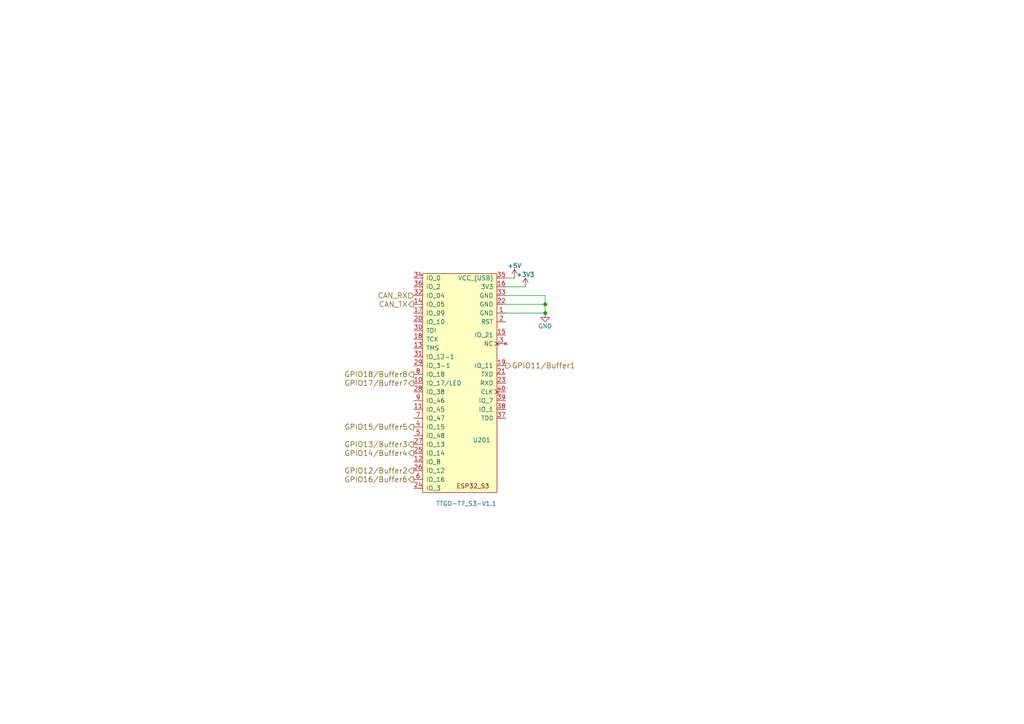
<source format=kicad_sch>
(kicad_sch (version 20211123) (generator eeschema)
  (paper "A4")
  (lib_symbols
    (symbol "ESP32-Mini32-OctalBuffer-rescue:+3V3" (power) (pin_names (offset 0))
      (property "Value" "+3V3" (at 0 3.556 0))
      (symbol "+3V3_0_1"
        (polyline (pts (xy -0.762 1.27) (xy 0 2.54)))
        (polyline (pts (xy 0 0) (xy 0 2.54)))
        (polyline (pts (xy 0 2.54) (xy 0.762 1.27)))
      )
      (symbol "+3V3_1_1"
        (pin power_in line (at 0 0 90) (length 0) hide (name "+3V3") (number "1"))
      )
    )
    (symbol "ESP32-Mini32-OctalBuffer-rescue:+5V" (power) (pin_names (offset 0))
      (property "Value" "+5V" (at 0 3.556 0))
      (symbol "+5V_0_1"
        (polyline (pts (xy -0.762 1.27) (xy 0 2.54)))
        (polyline (pts (xy 0 0) (xy 0 2.54)))
        (polyline (pts (xy 0 2.54) (xy 0.762 1.27)))
      )
      (symbol "+5V_1_1"
        (pin power_in line (at 0 0 90) (length 0) hide (name "+5V") (number "1"))
      )
    )
    (symbol "ESP32-Mini32-OctalBuffer-rescue:GND" (power) (pin_names (offset 0))
      (property "Value" "GND" (at 0 -3.81 0))
      (symbol "GND_0_1"
        (polyline (pts (xy 0 0) (xy 0 -1.27) (xy 1.27 -1.27) (xy 0 -2.54) (xy -1.27 -1.27) (xy 0 -1.27)))
      )
      (symbol "GND_1_1"
        (pin power_in line (at 0 0 270) (length 0) hide (name "GND") (number "1"))
      )
    )
    (symbol "ESP32-Mini32-OctalBuffer-rescue:TTGO-T7_S3-V1.1-RESCUE-ESP32-Mini32-OctalBuffer" (pin_names (offset 1.016))
      (property "Reference" "U" (at 6.985 -49.53 0))
      (property "Value" "TTGO-T7_S3-V1.1-RESCUE-ESP32-Mini32-OctalBuffer" (at 2.54 -67.945 0))
      (symbol "TTGO-T7_S3-V1.1-RESCUE-ESP32-Mini32-OctalBuffer_0_0"
        (text "ESP32_S3" (at 4.445 -62.865 0) (effects (font (size 1.27 1.27))))
        (pin power_in line (at 13.97 -12.7 180) (length 2.54) (name "GND") (number "1"))
        (pin input line (at 13.97 -15.24 180) (length 2.54) (name "RST") (number "2"))
        (pin no_connect non_logic (at 13.97 -21.59 180) (length 2.54) (name "NC") (number "3"))
        (pin bidirectional line (at -12.7 -45.72 0) (length 2.54) (name "IO_15") (number "4"))
        (pin bidirectional line (at -12.7 -48.26 0) (length 2.54) (name "IO_48") (number "5"))
      )
      (symbol "TTGO-T7_S3-V1.1-RESCUE-ESP32-Mini32-OctalBuffer_0_1"
        (rectangle (start -10.16 -1.27) (end 11.43 -64.77) (fill (type background)))
      )
      (symbol "TTGO-T7_S3-V1.1-RESCUE-ESP32-Mini32-OctalBuffer_1_1"
        (pin bidirectional line (at -12.7 -33.02 0) (length 2.54) (name "IO_17/LED") (number "10"))
        (pin bidirectional line (at -12.7 -40.64 0) (length 2.54) (name "IO_45") (number "11"))
        (pin bidirectional line (at -12.7 -55.88 0) (length 2.54) (name "IO_8") (number "12"))
        (pin bidirectional line (at -12.7 -22.86 0) (length 2.54) (name "TMS") (number "13"))
        (pin bidirectional line (at -12.7 -10.16 0) (length 2.54) (name "IO_05") (number "14"))
        (pin bidirectional line (at 13.97 -19.05 180) (length 2.54) (name "IO_21") (number "15"))
        (pin power_in line (at 13.97 -5.08 180) (length 2.54) (name "3V3") (number "16"))
        (pin bidirectional line (at -12.7 -12.7 0) (length 2.54) (name "IO_09") (number "17"))
        (pin bidirectional line (at -12.7 -20.32 0) (length 2.54) (name "TCK") (number "18"))
        (pin passive line (at 13.97 -27.94 180) (length 2.54) (name "IO_11") (number "19"))
        (pin bidirectional line (at -12.7 -15.24 0) (length 2.54) (name "IO_10") (number "20"))
        (pin passive line (at 13.97 -30.48 180) (length 2.54) (name "TXD") (number "21"))
        (pin power_in line (at 13.97 -10.16 180) (length 2.54) (name "GND") (number "22"))
        (pin passive line (at 13.97 -33.02 180) (length 2.54) (name "RXD") (number "23"))
        (pin bidirectional line (at -12.7 -63.5 0) (length 2.54) (name "IO_3") (number "24"))
        (pin bidirectional line (at -12.7 -53.34 0) (length 2.54) (name "IO_14") (number "25"))
        (pin bidirectional line (at -12.7 -58.42 0) (length 2.54) (name "IO_12") (number "26"))
        (pin bidirectional line (at -12.7 -50.8 0) (length 2.54) (name "IO_13") (number "27"))
        (pin bidirectional line (at -12.7 -35.56 0) (length 2.54) (name "IO_38") (number "28"))
        (pin bidirectional line (at -12.7 -27.94 0) (length 2.54) (name "IO_3-1") (number "29"))
        (pin bidirectional line (at -12.7 -17.78 0) (length 2.54) (name "TDI") (number "30"))
        (pin bidirectional line (at -12.7 -25.4 0) (length 2.54) (name "IO_12-1") (number "31"))
        (pin bidirectional line (at -12.7 -7.62 0) (length 2.54) (name "IO_04") (number "32"))
        (pin power_in line (at 13.97 -7.62 180) (length 2.54) (name "GND") (number "33"))
        (pin bidirectional line (at -12.7 -2.54 0) (length 2.54) (name "IO_0") (number "34"))
        (pin power_in line (at 13.97 -2.54 180) (length 2.54) (name "VCC_(USB)") (number "35"))
        (pin bidirectional line (at -12.7 -5.08 0) (length 2.54) (name "IO_2") (number "36"))
        (pin passive line (at 13.97 -43.18 180) (length 2.54) (name "TD0") (number "37"))
        (pin passive line (at 13.97 -40.64 180) (length 2.54) (name "IO_1") (number "38"))
        (pin passive line (at 13.97 -38.1 180) (length 2.54) (name "IO_7") (number "39"))
        (pin passive non_logic (at 13.97 -35.56 180) (length 2.54) (name "CLK") (number "40"))
        (pin bidirectional line (at -12.7 -60.96 0) (length 2.54) (name "IO_16") (number "6"))
        (pin bidirectional line (at -12.7 -43.18 0) (length 2.54) (name "IO_47") (number "7"))
        (pin bidirectional line (at -12.7 -30.48 0) (length 2.54) (name "IO_18") (number "8"))
        (pin bidirectional line (at -12.7 -38.1 0) (length 2.54) (name "IO_46") (number "9"))
      )
    )
  )
  (junction (at 158.115 90.805))
  (junction (at 158.115 88.265))
  (wire (pts (xy 146.685 85.725) (xy 158.115 85.725)))
  (wire (pts (xy 158.115 90.805) (xy 146.685 90.805)))
  (wire (pts (xy 158.115 88.265) (xy 158.115 90.805)))
  (wire (pts (xy 146.685 83.185) (xy 152.4 83.185)))
  (wire (pts (xy 146.685 88.265) (xy 158.115 88.265)))
  (wire (pts (xy 158.115 85.725) (xy 158.115 88.265)))
  (wire (pts (xy 146.685 80.645) (xy 149.225 80.645)))
  (hierarchical_label "CAN_TX" (shape output) (at 120.015 88.265 180) (effects (font (size 1.524 1.524))))
  (hierarchical_label "GPIO13/Buffer3" (shape output) (at 120.015 128.905 180) (effects (font (size 1.524 1.524))))
  (hierarchical_label "GPIO14/Buffer4" (shape output) (at 120.015 131.445 180) (effects (font (size 1.524 1.524))))
  (hierarchical_label "GPIO18/Buffer8" (shape output) (at 120.015 108.585 180) (effects (font (size 1.524 1.524))))
  (hierarchical_label "GPIO12/Buffer2" (shape output) (at 120.015 136.525 180) (effects (font (size 1.524 1.524))))
  (hierarchical_label "GPIO16/Buffer6" (shape output) (at 120.015 139.065 180) (effects (font (size 1.524 1.524))))
  (hierarchical_label "CAN_RX" (shape input) (at 120.015 85.725 180) (effects (font (size 1.524 1.524))))
  (hierarchical_label "GPIO17/Buffer7" (shape output) (at 120.015 111.125 180) (effects (font (size 1.524 1.524))))
  (hierarchical_label "GPIO11/Buffer1" (shape output) (at 146.685 106.045 0) (effects (font (size 1.524 1.524))))
  (hierarchical_label "GPIO15/Buffer5" (shape output) (at 120.015 123.825 180) (effects (font (size 1.524 1.524))))
  (symbol (lib_id "ESP32-Mini32-OctalBuffer-rescue:TTGO-T7_S3-V1.1-RESCUE-ESP32-Mini32-OctalBuffer") (at 132.715 78.105 0) (unit 1)
    (property "Reference" "U201" (at 139.7 127.635 0))
    (property "Value" "TTGO-T7_S3-V1.1" (at 135.255 146.05 0))
    (property "Footprint" "ESP32_mini:ESP32_mini" (effects hide))
  )
  (symbol (lib_id "ESP32-Mini32-OctalBuffer-rescue:+5V") (at 149.225 80.645 0) (unit 1)
    (property "Reference" "#PWR04" (effects hide))
    (property "Value" "+5V" (at 149.225 77.089 0))
  )
  (symbol (lib_id "ESP32-Mini32-OctalBuffer-rescue:+3V3") (at 152.4 83.185 0)
    (property "Reference" "#PWR05" (effects hide))
    (property "Value" "+3V3" (at 152.4 79.629 0))
  )
  (symbol (lib_id "ESP32-Mini32-OctalBuffer-rescue:GND") (at 158.115 90.805 0) (unit 1)
    (property "Reference" "#PWR06" (effects hide))
    (property "Value" "GND" (at 158.115 94.615 0))
  )
)
</source>
